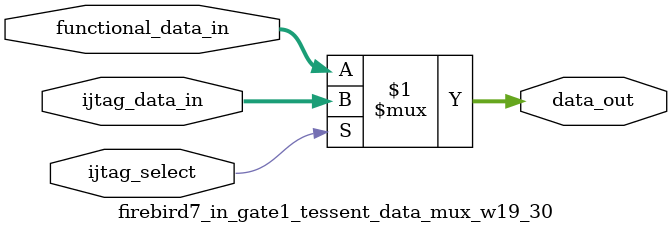
<source format=sv>

module firebird7_in_gate1_tessent_data_mux_w19_30 (
  input wire ijtag_select,
  input wire [18:0]  functional_data_in,
  input wire [18:0]  ijtag_data_in,
  output wire [18:0] data_out
);
assign data_out = (ijtag_select) ? ijtag_data_in : functional_data_in;
endmodule

</source>
